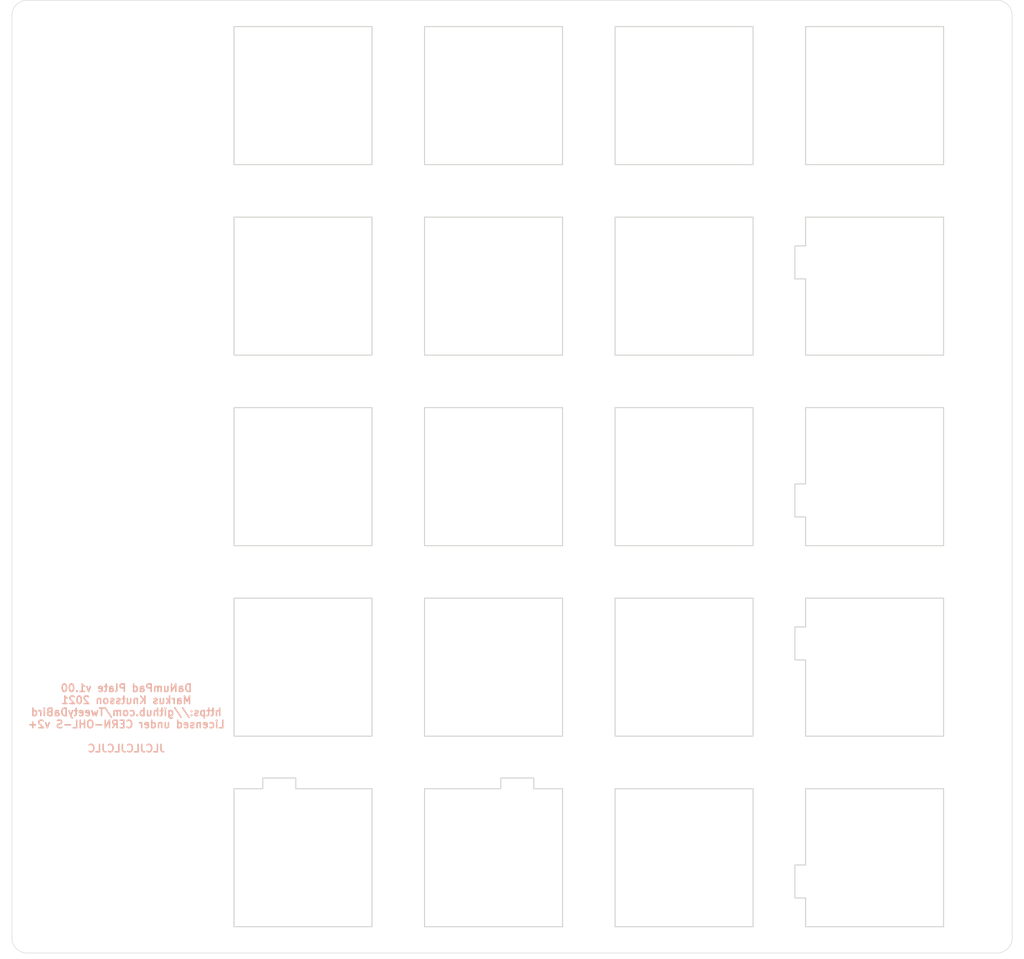
<source format=kicad_pcb>
(kicad_pcb (version 20171130) (host pcbnew "(5.1.9)-1")

  (general
    (thickness 1.6)
    (drawings 9)
    (tracks 0)
    (zones 0)
    (modules 21)
    (nets 1)
  )

  (page A4)
  (title_block
    (title "DaNumPad Plate")
    (date 2021-08-25)
    (rev v1.00)
    (company "Markus Knutsson <markus.knutsson@tweety.se>")
    (comment 1 https://github.com/TweetyDaBird)
    (comment 2 "Licensed under CERN-OHL-S v2 or superseding version")
  )

  (layers
    (0 F.Cu signal)
    (31 B.Cu signal)
    (32 B.Adhes user)
    (33 F.Adhes user)
    (34 B.Paste user)
    (35 F.Paste user)
    (36 B.SilkS user)
    (37 F.SilkS user)
    (38 B.Mask user)
    (39 F.Mask user)
    (40 Dwgs.User user)
    (41 Cmts.User user)
    (42 Eco1.User user)
    (43 Eco2.User user)
    (44 Edge.Cuts user)
    (45 Margin user)
    (46 B.CrtYd user)
    (47 F.CrtYd user)
    (48 B.Fab user)
    (49 F.Fab user)
  )

  (setup
    (last_trace_width 0.25)
    (trace_clearance 0.2)
    (zone_clearance 0.508)
    (zone_45_only no)
    (trace_min 0.2)
    (via_size 0.8)
    (via_drill 0.4)
    (via_min_size 0.4)
    (via_min_drill 0.3)
    (uvia_size 0.3)
    (uvia_drill 0.1)
    (uvias_allowed no)
    (uvia_min_size 0.2)
    (uvia_min_drill 0.1)
    (edge_width 0.05)
    (segment_width 0.2)
    (pcb_text_width 0.3)
    (pcb_text_size 1.5 1.5)
    (mod_edge_width 0.12)
    (mod_text_size 0.75 0.75)
    (mod_text_width 0.15)
    (pad_size 1.524 1.524)
    (pad_drill 0.762)
    (pad_to_mask_clearance 0)
    (aux_axis_origin 0 0)
    (visible_elements 7FFFFFFF)
    (pcbplotparams
      (layerselection 0x010fc_ffffffff)
      (usegerberextensions false)
      (usegerberattributes true)
      (usegerberadvancedattributes true)
      (creategerberjobfile true)
      (excludeedgelayer true)
      (linewidth 0.100000)
      (plotframeref false)
      (viasonmask false)
      (mode 1)
      (useauxorigin false)
      (hpglpennumber 1)
      (hpglpenspeed 20)
      (hpglpendiameter 15.000000)
      (psnegative false)
      (psa4output false)
      (plotreference true)
      (plotvalue true)
      (plotinvisibletext false)
      (padsonsilk false)
      (subtractmaskfromsilk false)
      (outputformat 1)
      (mirror false)
      (drillshape 0)
      (scaleselection 1)
      (outputdirectory "gerber/"))
  )

  (net 0 "")

  (net_class Default "This is the default net class."
    (clearance 0.2)
    (trace_width 0.25)
    (via_dia 0.8)
    (via_drill 0.4)
    (uvia_dia 0.3)
    (uvia_drill 0.1)
  )

  (net_class PWR ""
    (clearance 0.2)
    (trace_width 0.45)
    (via_dia 1)
    (via_drill 0.4)
    (uvia_dia 0.3)
    (uvia_drill 0.1)
  )

  (module MountingHole:MountingHole_2.7mm_M2.5 (layer F.Cu) (tedit 56D1B4CB) (tstamp 611F535E)
    (at 133.45 131.03)
    (descr "Mounting Hole 2.7mm, no annular, M2.5")
    (tags "mounting hole 2.7mm no annular m2.5")
    (path /616C986D)
    (attr virtual)
    (fp_text reference H4 (at 0 -3.7) (layer F.SilkS) hide
      (effects (font (size 1 1) (thickness 0.15)))
    )
    (fp_text value MountingHole (at 0 3.7) (layer F.Fab)
      (effects (font (size 1 1) (thickness 0.15)))
    )
    (fp_circle (center 0 0) (end 2.95 0) (layer F.CrtYd) (width 0.05))
    (fp_circle (center 0 0) (end 2.7 0) (layer Cmts.User) (width 0.15))
    (fp_text user %R (at 0.3 0) (layer F.Fab)
      (effects (font (size 1 1) (thickness 0.15)))
    )
    (pad 1 np_thru_hole circle (at 0 0) (size 2.7 2.7) (drill 2.7) (layers *.Cu *.Mask))
  )

  (module MountingHole:MountingHole_2.7mm_M2.5 (layer F.Cu) (tedit 56D1B4CB) (tstamp 611F5356)
    (at 41.35 131.03)
    (descr "Mounting Hole 2.7mm, no annular, M2.5")
    (tags "mounting hole 2.7mm no annular m2.5")
    (path /616C9346)
    (attr virtual)
    (fp_text reference H3 (at 0 -3.7) (layer F.SilkS) hide
      (effects (font (size 1 1) (thickness 0.15)))
    )
    (fp_text value MountingHole (at 0 3.7) (layer F.Fab)
      (effects (font (size 1 1) (thickness 0.15)))
    )
    (fp_circle (center 0 0) (end 2.95 0) (layer F.CrtYd) (width 0.05))
    (fp_circle (center 0 0) (end 2.7 0) (layer Cmts.User) (width 0.15))
    (fp_text user %R (at 0.3 0) (layer F.Fab)
      (effects (font (size 1 1) (thickness 0.15)))
    )
    (pad 1 np_thru_hole circle (at 0 0) (size 2.7 2.7) (drill 2.7) (layers *.Cu *.Mask))
  )

  (module MountingHole:MountingHole_2.7mm_M2.5 (layer F.Cu) (tedit 56D1B4CB) (tstamp 611F534E)
    (at 133.45 43.67)
    (descr "Mounting Hole 2.7mm, no annular, M2.5")
    (tags "mounting hole 2.7mm no annular m2.5")
    (path /616C8A78)
    (attr virtual)
    (fp_text reference H2 (at 0 -3.7) (layer F.SilkS) hide
      (effects (font (size 1 1) (thickness 0.15)))
    )
    (fp_text value MountingHole (at 0 3.7) (layer F.Fab)
      (effects (font (size 1 1) (thickness 0.15)))
    )
    (fp_circle (center 0 0) (end 2.95 0) (layer F.CrtYd) (width 0.05))
    (fp_circle (center 0 0) (end 2.7 0) (layer Cmts.User) (width 0.15))
    (fp_text user %R (at 0.3 0) (layer F.Fab)
      (effects (font (size 1 1) (thickness 0.15)))
    )
    (pad 1 np_thru_hole circle (at 0 0) (size 2.7 2.7) (drill 2.7) (layers *.Cu *.Mask))
  )

  (module MountingHole:MountingHole_2.7mm_M2.5 (layer F.Cu) (tedit 56D1B4CB) (tstamp 611F5346)
    (at 41.35 43.67)
    (descr "Mounting Hole 2.7mm, no annular, M2.5")
    (tags "mounting hole 2.7mm no annular m2.5")
    (path /616C769B)
    (attr virtual)
    (fp_text reference H1 (at 0 -3.7) (layer F.SilkS) hide
      (effects (font (size 1 1) (thickness 0.15)))
    )
    (fp_text value MountingHole (at 0 3.7) (layer F.Fab)
      (effects (font (size 1 1) (thickness 0.15)))
    )
    (fp_circle (center 0 0) (end 2.95 0) (layer F.CrtYd) (width 0.05))
    (fp_circle (center 0 0) (end 2.7 0) (layer Cmts.User) (width 0.15))
    (fp_text user %R (at 0.3 0) (layer F.Fab)
      (effects (font (size 1 1) (thickness 0.15)))
    )
    (pad 1 np_thru_hole circle (at 0 0) (size 2.7 2.7) (drill 2.7) (layers *.Cu *.Mask))
  )

  (module "Keyboard Library:Cherry_MX_Stabilizer_PCB_2u_2x1u_placeholder" (layer F.Cu) (tedit 60379571) (tstamp 611F8F10)
    (at 123.65 77.825 270)
    (descr "MX-style stabilizer mount")
    (tags MX,cherry,gateron,kailh,pg1511,stabilizer,stab)
    (path /616D425C)
    (fp_text reference ST1 (at 0 0 90) (layer F.Fab) hide
      (effects (font (size 1 1) (thickness 0.15)))
    )
    (fp_text value Stabilizer_2u_MX (at 0 10.16 90) (layer F.Fab) hide
      (effects (font (size 1 1) (thickness 0.15)))
    )
    (fp_line (start -16.425 -6.9) (end -16.425 6.9) (layer Edge.Cuts) (width 0.1))
    (fp_line (start -10.25 7.97) (end -13.55 7.97) (layer Edge.Cuts) (width 0.1))
    (fp_line (start -13.55 6.9) (end -16.425 6.9) (layer Edge.Cuts) (width 0.1))
    (fp_line (start -13.55 7.97) (end -13.55 6.9) (layer Edge.Cuts) (width 0.1))
    (fp_line (start -2.625 6.9) (end -10.25 6.9) (layer Edge.Cuts) (width 0.1))
    (fp_line (start -10.25 6.9) (end -10.25 7.97) (layer Edge.Cuts) (width 0.1))
    (fp_line (start -2.625 6.9) (end -2.625 -6.9) (layer Edge.Cuts) (width 0.1))
    (fp_line (start 16.425 -6.9) (end 16.425 6.9) (layer Edge.Cuts) (width 0.1))
    (fp_line (start 13.55 6.9) (end 16.425 6.9) (layer Edge.Cuts) (width 0.1))
    (fp_line (start 13.55 7.97) (end 13.55 6.9) (layer Edge.Cuts) (width 0.1))
    (fp_line (start 10.25 7.97) (end 13.55 7.97) (layer Edge.Cuts) (width 0.1))
    (fp_line (start 10.25 6.9) (end 10.25 7.97) (layer Edge.Cuts) (width 0.1))
    (fp_line (start 2.625 6.9) (end 10.25 6.9) (layer Edge.Cuts) (width 0.1))
    (fp_line (start 2.625 -6.9) (end 16.425 -6.9) (layer Edge.Cuts) (width 0.1))
    (fp_line (start 2.625 -6.9) (end 2.625 6.9) (layer Edge.Cuts) (width 0.1))
    (fp_line (start -16.425 -6.9) (end -2.625 -6.9) (layer Edge.Cuts) (width 0.1))
    (pad "" np_thru_hole circle (at -0.679167 6.4 270) (size 0.8 0.8) (drill 0.8) (layers *.Cu *.Mask))
    (pad "" np_thru_hole circle (at 0.654166 6.4 270) (size 0.8 0.8) (drill 0.8) (layers *.Cu *.Mask))
    (pad "" np_thru_hole circle (at 1.9875 6.4 270) (size 0.8 0.8) (drill 0.8) (layers *.Cu *.Mask))
    (pad "" np_thru_hole circle (at -2.0125 6.4 270) (size 0.8 0.8) (drill 0.8) (layers *.Cu *.Mask))
    (pad "" np_thru_hole circle (at 1.995 -6.4 270) (size 0.8 0.8) (drill 0.8) (layers *.Cu *.Mask))
    (pad "" np_thru_hole circle (at 0.661666 -6.4 270) (size 0.8 0.8) (drill 0.8) (layers *.Cu *.Mask))
    (pad "" np_thru_hole circle (at -0.671667 -6.4 270) (size 0.8 0.8) (drill 0.8) (layers *.Cu *.Mask))
    (pad "" np_thru_hole circle (at -2.005 -6.4 270) (size 0.8 0.8) (drill 0.8) (layers *.Cu *.Mask))
  )

  (module "Keyboard Library:Cherry_MX_Stabilizer_PCB_2u_2x1u_placeholder" (layer F.Cu) (tedit 60379571) (tstamp 611F8F19)
    (at 123.65 115.925 270)
    (descr "MX-style stabilizer mount")
    (tags MX,cherry,gateron,kailh,pg1511,stabilizer,stab)
    (path /616D4C96)
    (fp_text reference ST2 (at 0 0 90) (layer F.Fab) hide
      (effects (font (size 1 1) (thickness 0.15)))
    )
    (fp_text value Stabilizer_2u_MX (at 0 10.16 90) (layer F.Fab) hide
      (effects (font (size 1 1) (thickness 0.15)))
    )
    (fp_line (start -16.425 -6.9) (end -16.425 6.9) (layer Edge.Cuts) (width 0.1))
    (fp_line (start -10.25 7.97) (end -13.55 7.97) (layer Edge.Cuts) (width 0.1))
    (fp_line (start -13.55 6.9) (end -16.425 6.9) (layer Edge.Cuts) (width 0.1))
    (fp_line (start -13.55 7.97) (end -13.55 6.9) (layer Edge.Cuts) (width 0.1))
    (fp_line (start -2.625 6.9) (end -10.25 6.9) (layer Edge.Cuts) (width 0.1))
    (fp_line (start -10.25 6.9) (end -10.25 7.97) (layer Edge.Cuts) (width 0.1))
    (fp_line (start -2.625 6.9) (end -2.625 -6.9) (layer Edge.Cuts) (width 0.1))
    (fp_line (start 16.425 -6.9) (end 16.425 6.9) (layer Edge.Cuts) (width 0.1))
    (fp_line (start 13.55 6.9) (end 16.425 6.9) (layer Edge.Cuts) (width 0.1))
    (fp_line (start 13.55 7.97) (end 13.55 6.9) (layer Edge.Cuts) (width 0.1))
    (fp_line (start 10.25 7.97) (end 13.55 7.97) (layer Edge.Cuts) (width 0.1))
    (fp_line (start 10.25 6.9) (end 10.25 7.97) (layer Edge.Cuts) (width 0.1))
    (fp_line (start 2.625 6.9) (end 10.25 6.9) (layer Edge.Cuts) (width 0.1))
    (fp_line (start 2.625 -6.9) (end 16.425 -6.9) (layer Edge.Cuts) (width 0.1))
    (fp_line (start 2.625 -6.9) (end 2.625 6.9) (layer Edge.Cuts) (width 0.1))
    (fp_line (start -16.425 -6.9) (end -2.625 -6.9) (layer Edge.Cuts) (width 0.1))
    (pad "" np_thru_hole circle (at -0.679167 6.4 270) (size 0.8 0.8) (drill 0.8) (layers *.Cu *.Mask))
    (pad "" np_thru_hole circle (at 0.654166 6.4 270) (size 0.8 0.8) (drill 0.8) (layers *.Cu *.Mask))
    (pad "" np_thru_hole circle (at 1.9875 6.4 270) (size 0.8 0.8) (drill 0.8) (layers *.Cu *.Mask))
    (pad "" np_thru_hole circle (at -2.0125 6.4 270) (size 0.8 0.8) (drill 0.8) (layers *.Cu *.Mask))
    (pad "" np_thru_hole circle (at 1.995 -6.4 270) (size 0.8 0.8) (drill 0.8) (layers *.Cu *.Mask))
    (pad "" np_thru_hole circle (at 0.661666 -6.4 270) (size 0.8 0.8) (drill 0.8) (layers *.Cu *.Mask))
    (pad "" np_thru_hole circle (at -0.671667 -6.4 270) (size 0.8 0.8) (drill 0.8) (layers *.Cu *.Mask))
    (pad "" np_thru_hole circle (at -2.005 -6.4 270) (size 0.8 0.8) (drill 0.8) (layers *.Cu *.Mask))
  )

  (module "Keyboard Library:Cherry_MX_Stabilizer_PCB_2u_2x1u_placeholder" (layer F.Cu) (tedit 60379571) (tstamp 6120B663)
    (at 76.025 125.45 180)
    (descr "MX-style stabilizer mount")
    (tags MX,cherry,gateron,kailh,pg1511,stabilizer,stab)
    (path /616D52C0)
    (fp_text reference ST3 (at 0 0) (layer F.Fab) hide
      (effects (font (size 1 1) (thickness 0.15)))
    )
    (fp_text value Stabilizer_2u_MX (at 0 10.16) (layer F.Fab) hide
      (effects (font (size 1 1) (thickness 0.15)))
    )
    (fp_line (start -16.425 -6.9) (end -16.425 6.9) (layer Edge.Cuts) (width 0.1))
    (fp_line (start -10.25 7.97) (end -13.55 7.97) (layer Edge.Cuts) (width 0.1))
    (fp_line (start -13.55 6.9) (end -16.425 6.9) (layer Edge.Cuts) (width 0.1))
    (fp_line (start -13.55 7.97) (end -13.55 6.9) (layer Edge.Cuts) (width 0.1))
    (fp_line (start -2.625 6.9) (end -10.25 6.9) (layer Edge.Cuts) (width 0.1))
    (fp_line (start -10.25 6.9) (end -10.25 7.97) (layer Edge.Cuts) (width 0.1))
    (fp_line (start -2.625 6.9) (end -2.625 -6.9) (layer Edge.Cuts) (width 0.1))
    (fp_line (start 16.425 -6.9) (end 16.425 6.9) (layer Edge.Cuts) (width 0.1))
    (fp_line (start 13.55 6.9) (end 16.425 6.9) (layer Edge.Cuts) (width 0.1))
    (fp_line (start 13.55 7.97) (end 13.55 6.9) (layer Edge.Cuts) (width 0.1))
    (fp_line (start 10.25 7.97) (end 13.55 7.97) (layer Edge.Cuts) (width 0.1))
    (fp_line (start 10.25 6.9) (end 10.25 7.97) (layer Edge.Cuts) (width 0.1))
    (fp_line (start 2.625 6.9) (end 10.25 6.9) (layer Edge.Cuts) (width 0.1))
    (fp_line (start 2.625 -6.9) (end 16.425 -6.9) (layer Edge.Cuts) (width 0.1))
    (fp_line (start 2.625 -6.9) (end 2.625 6.9) (layer Edge.Cuts) (width 0.1))
    (fp_line (start -16.425 -6.9) (end -2.625 -6.9) (layer Edge.Cuts) (width 0.1))
    (pad "" np_thru_hole circle (at -0.679167 6.4 180) (size 0.8 0.8) (drill 0.8) (layers *.Cu *.Mask))
    (pad "" np_thru_hole circle (at 0.654166 6.4 180) (size 0.8 0.8) (drill 0.8) (layers *.Cu *.Mask))
    (pad "" np_thru_hole circle (at 1.9875 6.4 180) (size 0.8 0.8) (drill 0.8) (layers *.Cu *.Mask))
    (pad "" np_thru_hole circle (at -2.0125 6.4 180) (size 0.8 0.8) (drill 0.8) (layers *.Cu *.Mask))
    (pad "" np_thru_hole circle (at 1.995 -6.4 180) (size 0.8 0.8) (drill 0.8) (layers *.Cu *.Mask))
    (pad "" np_thru_hole circle (at 0.661666 -6.4 180) (size 0.8 0.8) (drill 0.8) (layers *.Cu *.Mask))
    (pad "" np_thru_hole circle (at -0.671667 -6.4 180) (size 0.8 0.8) (drill 0.8) (layers *.Cu *.Mask))
    (pad "" np_thru_hole circle (at -2.005 -6.4 180) (size 0.8 0.8) (drill 0.8) (layers *.Cu *.Mask))
  )

  (module "Keyboard Library:Cherry_MX_Plate_Hole_Placeholder" (layer F.Cu) (tedit 6115206A) (tstamp 611FAE13)
    (at 104.6 125.45)
    (descr "MX-style keyswitch with reversible Kailh socket mount")
    (tags MX,cherry,gateron,kailh,pg1511,socket)
    (path /615E8CDA)
    (fp_text reference SW19 (at 0 0) (layer F.SilkS) hide
      (effects (font (size 1.27 1.27) (thickness 0.15)))
    )
    (fp_text value SW_Push (at 0 0) (layer F.SilkS) hide
      (effects (font (size 1.27 1.27) (thickness 0.15)))
    )
    (fp_line (start -6.9 6.9) (end -6.9 -6.9) (layer Edge.Cuts) (width 0.1))
    (fp_line (start 6.9 6.9) (end -6.9 6.9) (layer Edge.Cuts) (width 0.1))
    (fp_line (start 6.9 6.9) (end 6.9 -6.9) (layer Edge.Cuts) (width 0.1))
    (fp_line (start 6.9 -6.9) (end -6.9 -6.9) (layer Edge.Cuts) (width 0.1))
  )

  (module "Keyboard Library:Cherry_MX_Plate_Hole_Placeholder" (layer F.Cu) (tedit 6115206A) (tstamp 611FACB1)
    (at 104.6 106.4)
    (descr "MX-style keyswitch with reversible Kailh socket mount")
    (tags MX,cherry,gateron,kailh,pg1511,socket)
    (path /615E59DC)
    (fp_text reference SW15 (at 0 0) (layer F.SilkS) hide
      (effects (font (size 1.27 1.27) (thickness 0.15)))
    )
    (fp_text value SW_Push (at 0 0) (layer F.SilkS) hide
      (effects (font (size 1.27 1.27) (thickness 0.15)))
    )
    (fp_line (start -6.9 6.9) (end -6.9 -6.9) (layer Edge.Cuts) (width 0.1))
    (fp_line (start 6.9 6.9) (end -6.9 6.9) (layer Edge.Cuts) (width 0.1))
    (fp_line (start 6.9 6.9) (end 6.9 -6.9) (layer Edge.Cuts) (width 0.1))
    (fp_line (start 6.9 -6.9) (end -6.9 -6.9) (layer Edge.Cuts) (width 0.1))
  )

  (module "Keyboard Library:Cherry_MX_Plate_Hole_Placeholder" (layer F.Cu) (tedit 6115206A) (tstamp 611FAC76)
    (at 85.55 106.4)
    (descr "MX-style keyswitch with reversible Kailh socket mount")
    (tags MX,cherry,gateron,kailh,pg1511,socket)
    (path /615E59D6)
    (fp_text reference SW14 (at 0 0) (layer F.SilkS) hide
      (effects (font (size 1.27 1.27) (thickness 0.15)))
    )
    (fp_text value SW_Push (at 0 0) (layer F.SilkS) hide
      (effects (font (size 1.27 1.27) (thickness 0.15)))
    )
    (fp_line (start -6.9 6.9) (end -6.9 -6.9) (layer Edge.Cuts) (width 0.1))
    (fp_line (start 6.9 6.9) (end -6.9 6.9) (layer Edge.Cuts) (width 0.1))
    (fp_line (start 6.9 6.9) (end 6.9 -6.9) (layer Edge.Cuts) (width 0.1))
    (fp_line (start 6.9 -6.9) (end -6.9 -6.9) (layer Edge.Cuts) (width 0.1))
  )

  (module "Keyboard Library:Cherry_MX_Plate_Hole_Placeholder" (layer F.Cu) (tedit 6115206A) (tstamp 611FAC3B)
    (at 66.5 106.4)
    (descr "MX-style keyswitch with reversible Kailh socket mount")
    (tags MX,cherry,gateron,kailh,pg1511,socket)
    (path /615E59D0)
    (fp_text reference SW13 (at 0 0) (layer F.SilkS) hide
      (effects (font (size 1.27 1.27) (thickness 0.15)))
    )
    (fp_text value SW_Push (at 0 0) (layer F.SilkS) hide
      (effects (font (size 1.27 1.27) (thickness 0.15)))
    )
    (fp_line (start -6.9 6.9) (end -6.9 -6.9) (layer Edge.Cuts) (width 0.1))
    (fp_line (start 6.9 6.9) (end -6.9 6.9) (layer Edge.Cuts) (width 0.1))
    (fp_line (start 6.9 6.9) (end 6.9 -6.9) (layer Edge.Cuts) (width 0.1))
    (fp_line (start 6.9 -6.9) (end -6.9 -6.9) (layer Edge.Cuts) (width 0.1))
  )

  (module "Keyboard Library:Cherry_MX_Plate_Hole_Placeholder" (layer F.Cu) (tedit 6115206A) (tstamp 611FAB8A)
    (at 104.6 87.35)
    (descr "MX-style keyswitch with reversible Kailh socket mount")
    (tags MX,cherry,gateron,kailh,pg1511,socket)
    (path /615DD6BE)
    (fp_text reference SW11 (at 0 0) (layer F.SilkS) hide
      (effects (font (size 1.27 1.27) (thickness 0.15)))
    )
    (fp_text value SW_Push (at 0 0) (layer F.SilkS) hide
      (effects (font (size 1.27 1.27) (thickness 0.15)))
    )
    (fp_line (start -6.9 6.9) (end -6.9 -6.9) (layer Edge.Cuts) (width 0.1))
    (fp_line (start 6.9 6.9) (end -6.9 6.9) (layer Edge.Cuts) (width 0.1))
    (fp_line (start 6.9 6.9) (end 6.9 -6.9) (layer Edge.Cuts) (width 0.1))
    (fp_line (start 6.9 -6.9) (end -6.9 -6.9) (layer Edge.Cuts) (width 0.1))
  )

  (module "Keyboard Library:Cherry_MX_Plate_Hole_Placeholder" (layer F.Cu) (tedit 6115206A) (tstamp 611FAB4F)
    (at 85.55 87.35)
    (descr "MX-style keyswitch with reversible Kailh socket mount")
    (tags MX,cherry,gateron,kailh,pg1511,socket)
    (path /615DD6B8)
    (fp_text reference SW10 (at 0 0) (layer F.SilkS) hide
      (effects (font (size 1.27 1.27) (thickness 0.15)))
    )
    (fp_text value SW_Push (at 0 0) (layer F.SilkS) hide
      (effects (font (size 1.27 1.27) (thickness 0.15)))
    )
    (fp_line (start -6.9 6.9) (end -6.9 -6.9) (layer Edge.Cuts) (width 0.1))
    (fp_line (start 6.9 6.9) (end -6.9 6.9) (layer Edge.Cuts) (width 0.1))
    (fp_line (start 6.9 6.9) (end 6.9 -6.9) (layer Edge.Cuts) (width 0.1))
    (fp_line (start 6.9 -6.9) (end -6.9 -6.9) (layer Edge.Cuts) (width 0.1))
  )

  (module "Keyboard Library:Cherry_MX_Plate_Hole_Placeholder" (layer F.Cu) (tedit 6115206A) (tstamp 611FAB14)
    (at 66.5 87.35)
    (descr "MX-style keyswitch with reversible Kailh socket mount")
    (tags MX,cherry,gateron,kailh,pg1511,socket)
    (path /615DD6B2)
    (fp_text reference SW9 (at 0 0) (layer F.SilkS) hide
      (effects (font (size 1.27 1.27) (thickness 0.15)))
    )
    (fp_text value SW_Push (at 0 0) (layer F.SilkS) hide
      (effects (font (size 1.27 1.27) (thickness 0.15)))
    )
    (fp_line (start -6.9 6.9) (end -6.9 -6.9) (layer Edge.Cuts) (width 0.1))
    (fp_line (start 6.9 6.9) (end -6.9 6.9) (layer Edge.Cuts) (width 0.1))
    (fp_line (start 6.9 6.9) (end 6.9 -6.9) (layer Edge.Cuts) (width 0.1))
    (fp_line (start 6.9 -6.9) (end -6.9 -6.9) (layer Edge.Cuts) (width 0.1))
  )

  (module "Keyboard Library:Cherry_MX_Plate_Hole_Placeholder" (layer F.Cu) (tedit 6115206A) (tstamp 611FAA9E)
    (at 104.6 68.3)
    (descr "MX-style keyswitch with reversible Kailh socket mount")
    (tags MX,cherry,gateron,kailh,pg1511,socket)
    (path /615C9A99)
    (fp_text reference SW7 (at 0 0) (layer F.SilkS) hide
      (effects (font (size 1.27 1.27) (thickness 0.15)))
    )
    (fp_text value SW_Push (at 0 0) (layer F.SilkS) hide
      (effects (font (size 1.27 1.27) (thickness 0.15)))
    )
    (fp_line (start -6.9 6.9) (end -6.9 -6.9) (layer Edge.Cuts) (width 0.1))
    (fp_line (start 6.9 6.9) (end -6.9 6.9) (layer Edge.Cuts) (width 0.1))
    (fp_line (start 6.9 6.9) (end 6.9 -6.9) (layer Edge.Cuts) (width 0.1))
    (fp_line (start 6.9 -6.9) (end -6.9 -6.9) (layer Edge.Cuts) (width 0.1))
  )

  (module "Keyboard Library:Cherry_MX_Plate_Hole_Placeholder" (layer F.Cu) (tedit 6115206A) (tstamp 611FAA63)
    (at 85.55 68.3)
    (descr "MX-style keyswitch with reversible Kailh socket mount")
    (tags MX,cherry,gateron,kailh,pg1511,socket)
    (path /615C9A93)
    (fp_text reference SW6 (at 0 0) (layer F.SilkS) hide
      (effects (font (size 1.27 1.27) (thickness 0.15)))
    )
    (fp_text value SW_Push (at 0 0) (layer F.SilkS) hide
      (effects (font (size 1.27 1.27) (thickness 0.15)))
    )
    (fp_line (start -6.9 6.9) (end -6.9 -6.9) (layer Edge.Cuts) (width 0.1))
    (fp_line (start 6.9 6.9) (end -6.9 6.9) (layer Edge.Cuts) (width 0.1))
    (fp_line (start 6.9 6.9) (end 6.9 -6.9) (layer Edge.Cuts) (width 0.1))
    (fp_line (start 6.9 -6.9) (end -6.9 -6.9) (layer Edge.Cuts) (width 0.1))
  )

  (module "Keyboard Library:Cherry_MX_Plate_Hole_Placeholder" (layer F.Cu) (tedit 6115206A) (tstamp 611FAA28)
    (at 66.5 68.3)
    (descr "MX-style keyswitch with reversible Kailh socket mount")
    (tags MX,cherry,gateron,kailh,pg1511,socket)
    (path /615C9A8D)
    (fp_text reference SW5 (at 0 0) (layer F.SilkS) hide
      (effects (font (size 1.27 1.27) (thickness 0.15)))
    )
    (fp_text value SW_Push (at 0 0) (layer F.SilkS) hide
      (effects (font (size 1.27 1.27) (thickness 0.15)))
    )
    (fp_line (start -6.9 6.9) (end -6.9 -6.9) (layer Edge.Cuts) (width 0.1))
    (fp_line (start 6.9 6.9) (end -6.9 6.9) (layer Edge.Cuts) (width 0.1))
    (fp_line (start 6.9 6.9) (end 6.9 -6.9) (layer Edge.Cuts) (width 0.1))
    (fp_line (start 6.9 -6.9) (end -6.9 -6.9) (layer Edge.Cuts) (width 0.1))
  )

  (module "Keyboard Library:Cherry_MX_Plate_Hole_Placeholder" (layer F.Cu) (tedit 6115206A) (tstamp 611FA9ED)
    (at 123.65 49.25)
    (descr "MX-style keyswitch with reversible Kailh socket mount")
    (tags MX,cherry,gateron,kailh,pg1511,socket)
    (path /615A3507)
    (fp_text reference SW4 (at 0 0) (layer F.SilkS) hide
      (effects (font (size 1.27 1.27) (thickness 0.15)))
    )
    (fp_text value SW_Push (at 0 0) (layer F.SilkS) hide
      (effects (font (size 1.27 1.27) (thickness 0.15)))
    )
    (fp_line (start -6.9 6.9) (end -6.9 -6.9) (layer Edge.Cuts) (width 0.1))
    (fp_line (start 6.9 6.9) (end -6.9 6.9) (layer Edge.Cuts) (width 0.1))
    (fp_line (start 6.9 6.9) (end 6.9 -6.9) (layer Edge.Cuts) (width 0.1))
    (fp_line (start 6.9 -6.9) (end -6.9 -6.9) (layer Edge.Cuts) (width 0.1))
  )

  (module "Keyboard Library:Cherry_MX_Plate_Hole_Placeholder" (layer F.Cu) (tedit 6115206A) (tstamp 611FA9B2)
    (at 104.6 49.25)
    (descr "MX-style keyswitch with reversible Kailh socket mount")
    (tags MX,cherry,gateron,kailh,pg1511,socket)
    (path /615A2EE5)
    (fp_text reference SW3 (at 0 0) (layer F.SilkS) hide
      (effects (font (size 1.27 1.27) (thickness 0.15)))
    )
    (fp_text value SW_Push (at 0 0) (layer F.SilkS) hide
      (effects (font (size 1.27 1.27) (thickness 0.15)))
    )
    (fp_line (start -6.9 6.9) (end -6.9 -6.9) (layer Edge.Cuts) (width 0.1))
    (fp_line (start 6.9 6.9) (end -6.9 6.9) (layer Edge.Cuts) (width 0.1))
    (fp_line (start 6.9 6.9) (end 6.9 -6.9) (layer Edge.Cuts) (width 0.1))
    (fp_line (start 6.9 -6.9) (end -6.9 -6.9) (layer Edge.Cuts) (width 0.1))
  )

  (module "Keyboard Library:Cherry_MX_Plate_Hole_Placeholder" (layer F.Cu) (tedit 6115206A) (tstamp 611FA977)
    (at 85.55 49.25)
    (descr "MX-style keyswitch with reversible Kailh socket mount")
    (tags MX,cherry,gateron,kailh,pg1511,socket)
    (path /615A2A83)
    (fp_text reference SW2 (at 0 0) (layer F.SilkS) hide
      (effects (font (size 1.27 1.27) (thickness 0.15)))
    )
    (fp_text value SW_Push (at 0 0) (layer F.SilkS) hide
      (effects (font (size 1.27 1.27) (thickness 0.15)))
    )
    (fp_line (start -6.9 6.9) (end -6.9 -6.9) (layer Edge.Cuts) (width 0.1))
    (fp_line (start 6.9 6.9) (end -6.9 6.9) (layer Edge.Cuts) (width 0.1))
    (fp_line (start 6.9 6.9) (end 6.9 -6.9) (layer Edge.Cuts) (width 0.1))
    (fp_line (start 6.9 -6.9) (end -6.9 -6.9) (layer Edge.Cuts) (width 0.1))
  )

  (module "Keyboard Library:Cherry_MX_Plate_Hole_Placeholder" (layer F.Cu) (tedit 6115206A) (tstamp 611FA93C)
    (at 66.5 49.25)
    (descr "MX-style keyswitch with reversible Kailh socket mount")
    (tags MX,cherry,gateron,kailh,pg1511,socket)
    (path /615A031B)
    (fp_text reference SW1 (at 0 0) (layer F.SilkS) hide
      (effects (font (size 1.27 1.27) (thickness 0.15)))
    )
    (fp_text value SW_Push (at 0 0) (layer F.SilkS) hide
      (effects (font (size 1.27 1.27) (thickness 0.15)))
    )
    (fp_line (start -6.9 6.9) (end -6.9 -6.9) (layer Edge.Cuts) (width 0.1))
    (fp_line (start 6.9 6.9) (end -6.9 6.9) (layer Edge.Cuts) (width 0.1))
    (fp_line (start 6.9 6.9) (end 6.9 -6.9) (layer Edge.Cuts) (width 0.1))
    (fp_line (start 6.9 -6.9) (end -6.9 -6.9) (layer Edge.Cuts) (width 0.1))
  )

  (gr_text "DaNumPad Plate v1.00\nMarkus Knutsson 2021\nhttps://github.com/TweetyDaBird\nLicensed under CERN-OHL-S v2+\n\nJLCJLCJLCJLC" (at 48.8315 111.506) (layer B.SilkS)
    (effects (font (size 0.75 0.75) (thickness 0.15)) (justify mirror))
  )
  (gr_arc (start 38.895126 133.48042) (end 37.395546 133.485294) (angle -90) (layer Edge.Cuts) (width 0.05) (tstamp 61221932))
  (gr_arc (start 38.894874 41.21958) (end 38.89 39.72) (angle -90) (layer Edge.Cuts) (width 0.05) (tstamp 61221932))
  (gr_line (start 37.395546 133.485294) (end 37.395294 41.224454) (layer Edge.Cuts) (width 0.05))
  (gr_arc (start 135.90042 41.214874) (end 137.4 41.21) (angle -90) (layer Edge.Cuts) (width 0.05) (tstamp 61221932))
  (gr_arc (start 135.90042 133.48042) (end 135.905294 134.98) (angle -90) (layer Edge.Cuts) (width 0.05) (tstamp 612218F7))
  (gr_line (start 135.895546 39.715294) (end 38.89 39.72) (layer Edge.Cuts) (width 0.05))
  (gr_line (start 135.905294 134.98) (end 38.9 134.98) (layer Edge.Cuts) (width 0.05) (tstamp 6120AED8))
  (gr_line (start 137.4 41.21) (end 137.4 133.475546) (layer Edge.Cuts) (width 0.05))

)

</source>
